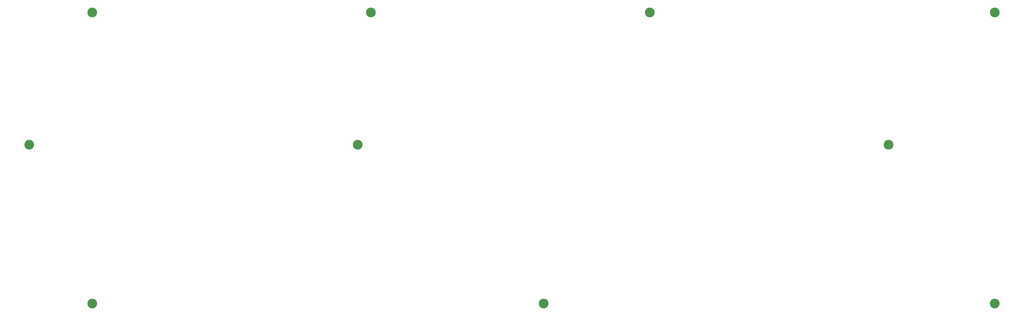
<source format=gbr>
%TF.GenerationSoftware,KiCad,Pcbnew,7.0.2*%
%TF.CreationDate,2023-06-27T02:16:57-04:00*%
%TF.ProjectId,FR4-hotswap-ANSI-plate,4652342d-686f-4747-9377-61702d414e53,rev?*%
%TF.SameCoordinates,Original*%
%TF.FileFunction,Soldermask,Top*%
%TF.FilePolarity,Negative*%
%FSLAX46Y46*%
G04 Gerber Fmt 4.6, Leading zero omitted, Abs format (unit mm)*
G04 Created by KiCad (PCBNEW 7.0.2) date 2023-06-27 02:16:57*
%MOMM*%
%LPD*%
G01*
G04 APERTURE LIST*
%ADD10C,3.500000*%
G04 APERTURE END LIST*
D10*
%TO.C,H202*%
X138112616Y9525008D03*
%TD*%
%TO.C,H205*%
X15478138Y-38100032D03*
%TD*%
%TO.C,H200*%
X361950304Y-95250080D03*
%TD*%
%TO.C,H203*%
X238125200Y9525008D03*
%TD*%
%TO.C,H209*%
X200025168Y-95250080D03*
%TD*%
%TO.C,H204*%
X361950304Y9525008D03*
%TD*%
%TO.C,H208*%
X38100032Y-95250080D03*
%TD*%
%TO.C,H207*%
X323850272Y-38100032D03*
%TD*%
%TO.C,H201*%
X38100032Y9525008D03*
%TD*%
%TO.C,H206*%
X133350112Y-38100032D03*
%TD*%
M02*

</source>
